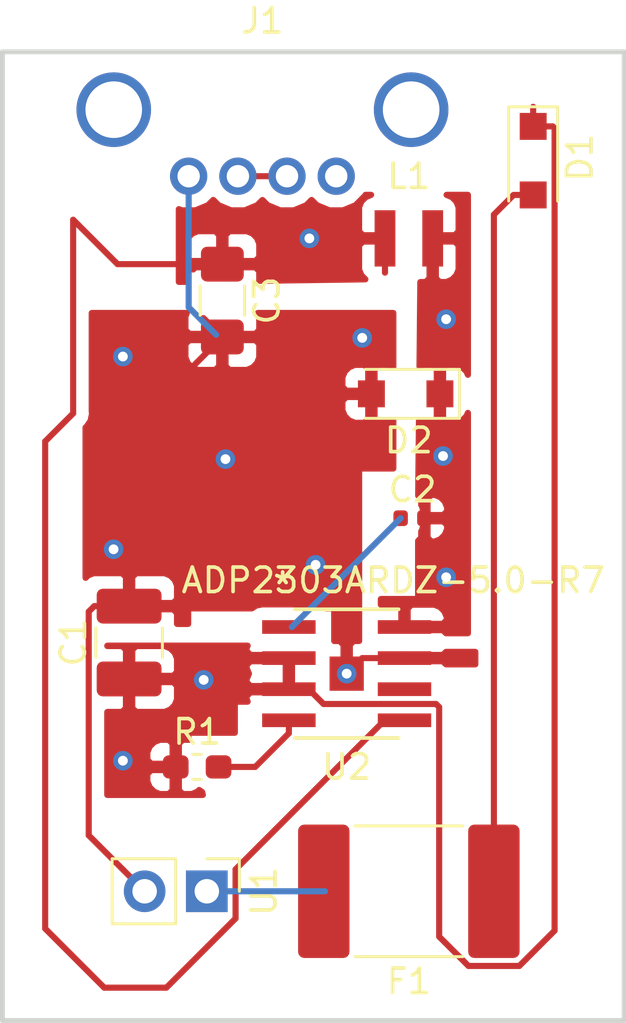
<source format=kicad_pcb>
(kicad_pcb (version 20171130) (host pcbnew "(5.0.0-3-g5ebb6b6)")

  (general
    (thickness 1.6)
    (drawings 4)
    (tracks 63)
    (zones 0)
    (modules 11)
    (nets 13)
  )

  (page A4)
  (layers
    (0 F.Cu signal)
    (31 B.Cu signal)
    (32 B.Adhes user)
    (33 F.Adhes user)
    (34 B.Paste user)
    (35 F.Paste user)
    (36 B.SilkS user)
    (37 F.SilkS user)
    (38 B.Mask user)
    (39 F.Mask user)
    (40 Dwgs.User user)
    (41 Cmts.User user)
    (42 Eco1.User user)
    (43 Eco2.User user)
    (44 Edge.Cuts user)
    (45 Margin user)
    (46 B.CrtYd user)
    (47 F.CrtYd user)
    (48 B.Fab user)
    (49 F.Fab user)
  )

  (setup
    (last_trace_width 0.25)
    (trace_clearance 0.2)
    (zone_clearance 0.508)
    (zone_45_only no)
    (trace_min 0.2)
    (segment_width 0.2)
    (edge_width 0.15)
    (via_size 0.8)
    (via_drill 0.4)
    (via_min_size 0.4)
    (via_min_drill 0.3)
    (uvia_size 0.3)
    (uvia_drill 0.1)
    (uvias_allowed no)
    (uvia_min_size 0.2)
    (uvia_min_drill 0.1)
    (pcb_text_width 0.3)
    (pcb_text_size 1.5 1.5)
    (mod_edge_width 0.15)
    (mod_text_size 1 1)
    (mod_text_width 0.15)
    (pad_size 1.4 1.4)
    (pad_drill 0)
    (pad_to_mask_clearance 0.2)
    (aux_axis_origin 0 0)
    (visible_elements FFFFFF7F)
    (pcbplotparams
      (layerselection 0x010fc_ffffffff)
      (usegerberextensions false)
      (usegerberattributes false)
      (usegerberadvancedattributes false)
      (creategerberjobfile false)
      (excludeedgelayer true)
      (linewidth 0.100000)
      (plotframeref false)
      (viasonmask false)
      (mode 1)
      (useauxorigin false)
      (hpglpennumber 1)
      (hpglpenspeed 20)
      (hpglpendiameter 15.000000)
      (psnegative false)
      (psa4output false)
      (plotreference true)
      (plotvalue true)
      (plotinvisibletext false)
      (padsonsilk false)
      (subtractmaskfromsilk false)
      (outputformat 1)
      (mirror false)
      (drillshape 0)
      (scaleselection 1)
      (outputdirectory ""))
  )

  (net 0 "")
  (net 1 "Net-(C2-Pad1)")
  (net 2 +12V)
  (net 3 "Net-(R1-Pad2)")
  (net 4 VBUS)
  (net 5 "Net-(U2-Pad6)")
  (net 6 GND)
  (net 7 "Net-(C2-Pad2)")
  (net 8 "Net-(D1-Pad2)")
  (net 9 "Net-(F1-Pad2)")
  (net 10 +5V)
  (net 11 "Net-(J1-Pad2)")
  (net 12 "Net-(J1-Pad5)")

  (net_class Default "This is the default net class."
    (clearance 0.2)
    (trace_width 0.25)
    (via_dia 0.8)
    (via_drill 0.4)
    (uvia_dia 0.3)
    (uvia_drill 0.1)
    (add_net +12V)
    (add_net +5V)
    (add_net GND)
    (add_net "Net-(C2-Pad1)")
    (add_net "Net-(C2-Pad2)")
    (add_net "Net-(D1-Pad2)")
    (add_net "Net-(F1-Pad2)")
    (add_net "Net-(J1-Pad2)")
    (add_net "Net-(J1-Pad5)")
    (add_net "Net-(R1-Pad2)")
    (add_net "Net-(U2-Pad6)")
    (add_net VBUS)
  )

  (module Capacitor_SMD:C_0402_1005Metric (layer F.Cu) (tedit 5B301BBE) (tstamp 5BFFC2CF)
    (at 153.82 93.98)
    (descr "Capacitor SMD 0402 (1005 Metric), square (rectangular) end terminal, IPC_7351 nominal, (Body size source: http://www.tortai-tech.com/upload/download/2011102023233369053.pdf), generated with kicad-footprint-generator")
    (tags capacitor)
    (path /5B9ABE20)
    (attr smd)
    (fp_text reference C2 (at 0 -1.17) (layer F.SilkS)
      (effects (font (size 1 1) (thickness 0.15)))
    )
    (fp_text value "0.1 uF" (at 0 1.17) (layer F.Fab)
      (effects (font (size 1 1) (thickness 0.15)))
    )
    (fp_line (start -0.5 0.25) (end -0.5 -0.25) (layer F.Fab) (width 0.1))
    (fp_line (start -0.5 -0.25) (end 0.5 -0.25) (layer F.Fab) (width 0.1))
    (fp_line (start 0.5 -0.25) (end 0.5 0.25) (layer F.Fab) (width 0.1))
    (fp_line (start 0.5 0.25) (end -0.5 0.25) (layer F.Fab) (width 0.1))
    (fp_line (start -0.93 0.47) (end -0.93 -0.47) (layer F.CrtYd) (width 0.05))
    (fp_line (start -0.93 -0.47) (end 0.93 -0.47) (layer F.CrtYd) (width 0.05))
    (fp_line (start 0.93 -0.47) (end 0.93 0.47) (layer F.CrtYd) (width 0.05))
    (fp_line (start 0.93 0.47) (end -0.93 0.47) (layer F.CrtYd) (width 0.05))
    (fp_text user %R (at 0.269999 -0.265001) (layer F.Fab)
      (effects (font (size 0.25 0.25) (thickness 0.04)))
    )
    (pad 1 smd roundrect (at -0.485 0) (size 0.59 0.64) (layers F.Cu F.Paste F.Mask) (roundrect_rratio 0.25)
      (net 1 "Net-(C2-Pad1)"))
    (pad 2 smd roundrect (at 0.485 0) (size 0.59 0.64) (layers F.Cu F.Paste F.Mask) (roundrect_rratio 0.25)
      (net 7 "Net-(C2-Pad2)"))
    (model ${KISYS3DMOD}/Capacitor_SMD.3dshapes/C_0402_1005Metric.wrl
      (at (xyz 0 0 0))
      (scale (xyz 1 1 1))
      (rotate (xyz 0 0 0))
    )
  )

  (module Capacitor_SMD:C_1206_3216Metric_Pad1.42x1.75mm_HandSolder (layer F.Cu) (tedit 5B301BBE) (tstamp 5BFFC2C0)
    (at 146.05 85.09 270)
    (descr "Capacitor SMD 1206 (3216 Metric), square (rectangular) end terminal, IPC_7351 nominal with elongated pad for handsoldering. (Body size source: http://www.tortai-tech.com/upload/download/2011102023233369053.pdf), generated with kicad-footprint-generator")
    (tags "capacitor handsolder")
    (path /5B9AC60A)
    (attr smd)
    (fp_text reference C3 (at 0 -1.82 270) (layer F.SilkS)
      (effects (font (size 1 1) (thickness 0.15)))
    )
    (fp_text value "47 uF" (at 0 1.82 270) (layer F.Fab)
      (effects (font (size 1 1) (thickness 0.15)))
    )
    (fp_line (start -1.6 0.8) (end -1.6 -0.8) (layer F.Fab) (width 0.1))
    (fp_line (start -1.6 -0.8) (end 1.6 -0.8) (layer F.Fab) (width 0.1))
    (fp_line (start 1.6 -0.8) (end 1.6 0.8) (layer F.Fab) (width 0.1))
    (fp_line (start 1.6 0.8) (end -1.6 0.8) (layer F.Fab) (width 0.1))
    (fp_line (start -0.602064 -0.91) (end 0.602064 -0.91) (layer F.SilkS) (width 0.12))
    (fp_line (start -0.602064 0.91) (end 0.602064 0.91) (layer F.SilkS) (width 0.12))
    (fp_line (start -2.45 1.12) (end -2.45 -1.12) (layer F.CrtYd) (width 0.05))
    (fp_line (start -2.45 -1.12) (end 2.45 -1.12) (layer F.CrtYd) (width 0.05))
    (fp_line (start 2.45 -1.12) (end 2.45 1.12) (layer F.CrtYd) (width 0.05))
    (fp_line (start 2.45 1.12) (end -2.45 1.12) (layer F.CrtYd) (width 0.05))
    (fp_text user %R (at 0 0 270) (layer F.Fab)
      (effects (font (size 0.8 0.8) (thickness 0.12)))
    )
    (pad 1 smd roundrect (at -1.4875 0 270) (size 1.425 1.75) (layers F.Cu F.Paste F.Mask) (roundrect_rratio 0.175439)
      (net 4 VBUS))
    (pad 2 smd roundrect (at 1.4875 0 270) (size 1.425 1.75) (layers F.Cu F.Paste F.Mask) (roundrect_rratio 0.175439)
      (net 6 GND))
    (model ${KISYS3DMOD}/Capacitor_SMD.3dshapes/C_1206_3216Metric.wrl
      (at (xyz 0 0 0))
      (scale (xyz 1 1 1))
      (rotate (xyz 0 0 0))
    )
  )

  (module Capacitor_SMD:C_1210_3225Metric_Pad1.42x2.65mm_HandSolder (layer F.Cu) (tedit 5B301BBE) (tstamp 5BFFC2AF)
    (at 142.24 99.06 90)
    (descr "Capacitor SMD 1210 (3225 Metric), square (rectangular) end terminal, IPC_7351 nominal with elongated pad for handsoldering. (Body size source: http://www.tortai-tech.com/upload/download/2011102023233369053.pdf), generated with kicad-footprint-generator")
    (tags "capacitor handsolder")
    (path /5B9ABADB)
    (attr smd)
    (fp_text reference C1 (at 0 -2.28 90) (layer F.SilkS)
      (effects (font (size 1 1) (thickness 0.15)))
    )
    (fp_text value "10 uF" (at 0 2.28 90) (layer F.Fab)
      (effects (font (size 1 1) (thickness 0.15)))
    )
    (fp_line (start -1.6 1.25) (end -1.6 -1.25) (layer F.Fab) (width 0.1))
    (fp_line (start -1.6 -1.25) (end 1.6 -1.25) (layer F.Fab) (width 0.1))
    (fp_line (start 1.6 -1.25) (end 1.6 1.25) (layer F.Fab) (width 0.1))
    (fp_line (start 1.6 1.25) (end -1.6 1.25) (layer F.Fab) (width 0.1))
    (fp_line (start -0.602064 -1.36) (end 0.602064 -1.36) (layer F.SilkS) (width 0.12))
    (fp_line (start -0.602064 1.36) (end 0.602064 1.36) (layer F.SilkS) (width 0.12))
    (fp_line (start -2.45 1.58) (end -2.45 -1.58) (layer F.CrtYd) (width 0.05))
    (fp_line (start -2.45 -1.58) (end 2.45 -1.58) (layer F.CrtYd) (width 0.05))
    (fp_line (start 2.45 -1.58) (end 2.45 1.58) (layer F.CrtYd) (width 0.05))
    (fp_line (start 2.45 1.58) (end -2.45 1.58) (layer F.CrtYd) (width 0.05))
    (fp_text user %R (at 0 0 90) (layer F.Fab)
      (effects (font (size 0.8 0.8) (thickness 0.12)))
    )
    (pad 1 smd roundrect (at -1.4875 0 90) (size 1.425 2.65) (layers F.Cu F.Paste F.Mask) (roundrect_rratio 0.175439)
      (net 2 +12V))
    (pad 2 smd roundrect (at 1.4875 0 90) (size 1.425 2.65) (layers F.Cu F.Paste F.Mask) (roundrect_rratio 0.175439)
      (net 6 GND))
    (model ${KISYS3DMOD}/Capacitor_SMD.3dshapes/C_1210_3225Metric.wrl
      (at (xyz 0 0 0))
      (scale (xyz 1 1 1))
      (rotate (xyz 0 0 0))
    )
  )

  (module Connector_PinHeader_2.54mm:PinHeader_1x02_P2.54mm_Vertical (layer F.Cu) (tedit 59FED5CC) (tstamp 5BFFC29E)
    (at 145.415 109.22 270)
    (descr "Through hole straight pin header, 1x02, 2.54mm pitch, single row")
    (tags "Through hole pin header THT 1x02 2.54mm single row")
    (path /5B9AB46F)
    (fp_text reference U1 (at 0 -2.33 270) (layer F.SilkS)
      (effects (font (size 1 1) (thickness 0.15)))
    )
    (fp_text value PinHeader (at 0 4.87 270) (layer F.Fab)
      (effects (font (size 1 1) (thickness 0.15)))
    )
    (fp_line (start -0.635 -1.27) (end 1.27 -1.27) (layer F.Fab) (width 0.1))
    (fp_line (start 1.27 -1.27) (end 1.27 3.81) (layer F.Fab) (width 0.1))
    (fp_line (start 1.27 3.81) (end -1.27 3.81) (layer F.Fab) (width 0.1))
    (fp_line (start -1.27 3.81) (end -1.27 -0.635) (layer F.Fab) (width 0.1))
    (fp_line (start -1.27 -0.635) (end -0.635 -1.27) (layer F.Fab) (width 0.1))
    (fp_line (start -1.33 3.87) (end 1.33 3.87) (layer F.SilkS) (width 0.12))
    (fp_line (start -1.33 1.27) (end -1.33 3.87) (layer F.SilkS) (width 0.12))
    (fp_line (start 1.33 1.27) (end 1.33 3.87) (layer F.SilkS) (width 0.12))
    (fp_line (start -1.33 1.27) (end 1.33 1.27) (layer F.SilkS) (width 0.12))
    (fp_line (start -1.33 0) (end -1.33 -1.33) (layer F.SilkS) (width 0.12))
    (fp_line (start -1.33 -1.33) (end 0 -1.33) (layer F.SilkS) (width 0.12))
    (fp_line (start -1.8 -1.8) (end -1.8 4.35) (layer F.CrtYd) (width 0.05))
    (fp_line (start -1.8 4.35) (end 1.8 4.35) (layer F.CrtYd) (width 0.05))
    (fp_line (start 1.8 4.35) (end 1.8 -1.8) (layer F.CrtYd) (width 0.05))
    (fp_line (start 1.8 -1.8) (end -1.8 -1.8) (layer F.CrtYd) (width 0.05))
    (fp_text user %R (at 0 1.27) (layer F.Fab)
      (effects (font (size 1 1) (thickness 0.15)))
    )
    (pad 1 thru_hole rect (at 0 0 270) (size 1.7 1.7) (drill 1) (layers *.Cu *.Mask)
      (net 9 "Net-(F1-Pad2)"))
    (pad 2 thru_hole oval (at 0 2.54 270) (size 1.7 1.7) (drill 1) (layers *.Cu *.Mask)
      (net 6 GND))
    (model ${KISYS3DMOD}/Connector_PinHeader_2.54mm.3dshapes/PinHeader_1x02_P2.54mm_Vertical.wrl
      (at (xyz 0 0 0))
      (scale (xyz 1 1 1))
      (rotate (xyz 0 0 0))
    )
  )

  (module Connector_USB:USB-A-4Pos-THT (layer F.Cu) (tedit 5BAC58DC) (tstamp 5BFFC288)
    (at 147.6883 80.01 180)
    (path /5B9B119D)
    (fp_text reference J1 (at 0 6.35 180) (layer F.SilkS)
      (effects (font (size 1 1) (thickness 0.15)))
    )
    (fp_text value USB_A (at 0 -3.81 180) (layer F.Fab)
      (effects (font (size 1 1) (thickness 0.15)))
    )
    (pad 1 thru_hole circle (at -3.01498 0 180) (size 1.524 1.524) (drill 0.9144) (layers *.Cu *.Mask)
      (net 10 +5V))
    (pad 2 thru_hole circle (at -1.0033 0 180) (size 1.524 1.524) (drill 0.9144) (layers *.Cu *.Mask)
      (net 11 "Net-(J1-Pad2)"))
    (pad 3 thru_hole circle (at 1.0033 0 180) (size 1.524 1.524) (drill 0.9144) (layers *.Cu *.Mask)
      (net 11 "Net-(J1-Pad2)"))
    (pad 4 thru_hole circle (at 3.01498 0 180) (size 1.524 1.524) (drill 0.9144) (layers *.Cu *.Mask)
      (net 6 GND))
    (pad 5 thru_hole circle (at -6.07568 2.7178 180) (size 3.048 3.048) (drill 2.3114) (layers *.Cu *.Mask)
      (net 12 "Net-(J1-Pad5)"))
    (pad 6 thru_hole circle (at 6.07568 2.7178 180) (size 3.048 3.048) (drill 2.3114) (layers *.Cu *.Mask))
  )

  (module Diode_SMD:D_SOD-123F (layer F.Cu) (tedit 587F7769) (tstamp 5BFFC27E)
    (at 153.54 88.9 180)
    (descr D_SOD-123F)
    (tags D_SOD-123F)
    (path /5B9ABD25)
    (attr smd)
    (fp_text reference D2 (at -0.127 -1.905 180) (layer F.SilkS)
      (effects (font (size 1 1) (thickness 0.15)))
    )
    (fp_text value D1 (at 0 2.1 180) (layer F.Fab)
      (effects (font (size 1 1) (thickness 0.15)))
    )
    (fp_line (start -2.2 -1) (end 1.65 -1) (layer F.SilkS) (width 0.12))
    (fp_line (start -2.2 1) (end 1.65 1) (layer F.SilkS) (width 0.12))
    (fp_line (start -2.2 -1.15) (end -2.2 1.15) (layer F.CrtYd) (width 0.05))
    (fp_line (start 2.2 1.15) (end -2.2 1.15) (layer F.CrtYd) (width 0.05))
    (fp_line (start 2.2 -1.15) (end 2.2 1.15) (layer F.CrtYd) (width 0.05))
    (fp_line (start -2.2 -1.15) (end 2.2 -1.15) (layer F.CrtYd) (width 0.05))
    (fp_line (start -1.4 -0.9) (end 1.4 -0.9) (layer F.Fab) (width 0.1))
    (fp_line (start 1.4 -0.9) (end 1.4 0.9) (layer F.Fab) (width 0.1))
    (fp_line (start 1.4 0.9) (end -1.4 0.9) (layer F.Fab) (width 0.1))
    (fp_line (start -1.4 0.9) (end -1.4 -0.9) (layer F.Fab) (width 0.1))
    (fp_line (start -0.75 0) (end -0.35 0) (layer F.Fab) (width 0.1))
    (fp_line (start -0.35 0) (end -0.35 -0.55) (layer F.Fab) (width 0.1))
    (fp_line (start -0.35 0) (end -0.35 0.55) (layer F.Fab) (width 0.1))
    (fp_line (start -0.35 0) (end 0.25 -0.4) (layer F.Fab) (width 0.1))
    (fp_line (start 0.25 -0.4) (end 0.25 0.4) (layer F.Fab) (width 0.1))
    (fp_line (start 0.25 0.4) (end -0.35 0) (layer F.Fab) (width 0.1))
    (fp_line (start 0.25 0) (end 0.75 0) (layer F.Fab) (width 0.1))
    (fp_line (start -2.2 -1) (end -2.2 1) (layer F.SilkS) (width 0.12))
    (fp_text user %R (at -0.127 -1.905 180) (layer F.Fab)
      (effects (font (size 1 1) (thickness 0.15)))
    )
    (pad 2 smd rect (at 1.4 0 180) (size 1.1 1.1) (layers F.Cu F.Paste F.Mask)
      (net 6 GND))
    (pad 1 smd rect (at -1.4 0 180) (size 1.1 1.1) (layers F.Cu F.Paste F.Mask)
      (net 7 "Net-(C2-Pad2)"))
    (model ${KISYS3DMOD}/Diode_SMD.3dshapes/D_SOD-123F.wrl
      (at (xyz 0 0 0))
      (scale (xyz 1 1 1))
      (rotate (xyz 0 0 0))
    )
  )

  (module Diode_SMD:D_SOD-123F (layer F.Cu) (tedit 587F7769) (tstamp 5BFFC265)
    (at 158.75 79.375 270)
    (descr D_SOD-123F)
    (tags D_SOD-123F)
    (path /5B9AE290)
    (attr smd)
    (fp_text reference D1 (at -0.127 -1.905 270) (layer F.SilkS)
      (effects (font (size 1 1) (thickness 0.15)))
    )
    (fp_text value D_Schottky (at 0 2.1 270) (layer F.Fab)
      (effects (font (size 1 1) (thickness 0.15)))
    )
    (fp_text user %R (at -0.127 -1.905 270) (layer F.Fab)
      (effects (font (size 1 1) (thickness 0.15)))
    )
    (fp_line (start -2.2 -1) (end -2.2 1) (layer F.SilkS) (width 0.12))
    (fp_line (start 0.25 0) (end 0.75 0) (layer F.Fab) (width 0.1))
    (fp_line (start 0.25 0.4) (end -0.35 0) (layer F.Fab) (width 0.1))
    (fp_line (start 0.25 -0.4) (end 0.25 0.4) (layer F.Fab) (width 0.1))
    (fp_line (start -0.35 0) (end 0.25 -0.4) (layer F.Fab) (width 0.1))
    (fp_line (start -0.35 0) (end -0.35 0.55) (layer F.Fab) (width 0.1))
    (fp_line (start -0.35 0) (end -0.35 -0.55) (layer F.Fab) (width 0.1))
    (fp_line (start -0.75 0) (end -0.35 0) (layer F.Fab) (width 0.1))
    (fp_line (start -1.4 0.9) (end -1.4 -0.9) (layer F.Fab) (width 0.1))
    (fp_line (start 1.4 0.9) (end -1.4 0.9) (layer F.Fab) (width 0.1))
    (fp_line (start 1.4 -0.9) (end 1.4 0.9) (layer F.Fab) (width 0.1))
    (fp_line (start -1.4 -0.9) (end 1.4 -0.9) (layer F.Fab) (width 0.1))
    (fp_line (start -2.2 -1.15) (end 2.2 -1.15) (layer F.CrtYd) (width 0.05))
    (fp_line (start 2.2 -1.15) (end 2.2 1.15) (layer F.CrtYd) (width 0.05))
    (fp_line (start 2.2 1.15) (end -2.2 1.15) (layer F.CrtYd) (width 0.05))
    (fp_line (start -2.2 -1.15) (end -2.2 1.15) (layer F.CrtYd) (width 0.05))
    (fp_line (start -2.2 1) (end 1.65 1) (layer F.SilkS) (width 0.12))
    (fp_line (start -2.2 -1) (end 1.65 -1) (layer F.SilkS) (width 0.12))
    (pad 1 smd rect (at -1.4 0 270) (size 1.1 1.1) (layers F.Cu F.Paste F.Mask)
      (net 2 +12V))
    (pad 2 smd rect (at 1.4 0 270) (size 1.1 1.1) (layers F.Cu F.Paste F.Mask)
      (net 8 "Net-(D1-Pad2)"))
    (model ${KISYS3DMOD}/Diode_SMD.3dshapes/D_SOD-123F.wrl
      (at (xyz 0 0 0))
      (scale (xyz 1 1 1))
      (rotate (xyz 0 0 0))
    )
  )

  (module Fuse:Fuse_2920_7451Metric_Pad2.10x5.45mm_HandSolder (layer F.Cu) (tedit 5B341557) (tstamp 5BFFC24C)
    (at 153.67 109.22 180)
    (descr "Fuse SMD 2920 (7451 Metric), square (rectangular) end terminal, IPC_7351 nominal with elongated pad for handsoldering. (Body size from: http://www.megastar.com/products/fusetronic/polyswitch/PDF/smd2920.pdf), generated with kicad-footprint-generator")
    (tags "resistor handsolder")
    (path /5B9AF661)
    (attr smd)
    (fp_text reference F1 (at 0 -3.68 180) (layer F.SilkS)
      (effects (font (size 1 1) (thickness 0.15)))
    )
    (fp_text value Polyfuse (at 0 3.68 180) (layer F.Fab)
      (effects (font (size 1 1) (thickness 0.15)))
    )
    (fp_line (start -3.6775 2.56) (end -3.6775 -2.56) (layer F.Fab) (width 0.1))
    (fp_line (start -3.6775 -2.56) (end 3.6775 -2.56) (layer F.Fab) (width 0.1))
    (fp_line (start 3.6775 -2.56) (end 3.6775 2.56) (layer F.Fab) (width 0.1))
    (fp_line (start 3.6775 2.56) (end -3.6775 2.56) (layer F.Fab) (width 0.1))
    (fp_line (start -2.203752 -2.67) (end 2.203752 -2.67) (layer F.SilkS) (width 0.12))
    (fp_line (start -2.203752 2.67) (end 2.203752 2.67) (layer F.SilkS) (width 0.12))
    (fp_line (start -4.78 2.98) (end -4.78 -2.98) (layer F.CrtYd) (width 0.05))
    (fp_line (start -4.78 -2.98) (end 4.78 -2.98) (layer F.CrtYd) (width 0.05))
    (fp_line (start 4.78 -2.98) (end 4.78 2.98) (layer F.CrtYd) (width 0.05))
    (fp_line (start 4.78 2.98) (end -4.78 2.98) (layer F.CrtYd) (width 0.05))
    (fp_text user %R (at 0 0 180) (layer F.Fab)
      (effects (font (size 1 1) (thickness 0.15)))
    )
    (pad 1 smd roundrect (at -3.475 0 180) (size 2.1 5.45) (layers F.Cu F.Paste F.Mask) (roundrect_rratio 0.119048)
      (net 8 "Net-(D1-Pad2)"))
    (pad 2 smd roundrect (at 3.475 0 180) (size 2.1 5.45) (layers F.Cu F.Paste F.Mask) (roundrect_rratio 0.119048)
      (net 9 "Net-(F1-Pad2)"))
    (model ${KISYS3DMOD}/Fuse.3dshapes/Fuse_2920_7451Metric.wrl
      (at (xyz 0 0 0))
      (scale (xyz 1 1 1))
      (rotate (xyz 0 0 0))
    )
  )

  (module Inductor_SMD:IND-74438323047-SMD (layer F.Cu) (tedit 5BAC5BDA) (tstamp 5BFFC23B)
    (at 153.67 82.55 180)
    (path /5B9ABC6F)
    (fp_text reference L1 (at 0 2.54 180) (layer F.SilkS)
      (effects (font (size 1 1) (thickness 0.15)))
    )
    (fp_text value "4.7 uH" (at 0 -2.54 180) (layer F.Fab)
      (effects (font (size 1 1) (thickness 0.15)))
    )
    (pad 1 smd rect (at -0.975 0 180) (size 0.85 2.3) (layers F.Cu F.Paste F.Mask)
      (net 7 "Net-(C2-Pad2)"))
    (pad 2 smd rect (at 0.975 0 180) (size 0.85 2.3) (layers F.Cu F.Paste F.Mask)
      (net 4 VBUS))
  )

  (module Resistor_SMD:R_0603_1608Metric_Pad1.05x0.95mm_HandSolder (layer F.Cu) (tedit 5B301BBD) (tstamp 5BFFC235)
    (at 145.02 104.14)
    (descr "Resistor SMD 0603 (1608 Metric), square (rectangular) end terminal, IPC_7351 nominal with elongated pad for handsoldering. (Body size source: http://www.tortai-tech.com/upload/download/2011102023233369053.pdf), generated with kicad-footprint-generator")
    (tags "resistor handsolder")
    (path /5B9AB970)
    (attr smd)
    (fp_text reference R1 (at 0 -1.43) (layer F.SilkS)
      (effects (font (size 1 1) (thickness 0.15)))
    )
    (fp_text value 100k (at 0 1.43) (layer F.Fab)
      (effects (font (size 1 1) (thickness 0.15)))
    )
    (fp_line (start -0.8 0.4) (end -0.8 -0.4) (layer F.Fab) (width 0.1))
    (fp_line (start -0.8 -0.4) (end 0.8 -0.4) (layer F.Fab) (width 0.1))
    (fp_line (start 0.8 -0.4) (end 0.8 0.4) (layer F.Fab) (width 0.1))
    (fp_line (start 0.8 0.4) (end -0.8 0.4) (layer F.Fab) (width 0.1))
    (fp_line (start -0.171267 -0.51) (end 0.171267 -0.51) (layer F.SilkS) (width 0.12))
    (fp_line (start -0.171267 0.51) (end 0.171267 0.51) (layer F.SilkS) (width 0.12))
    (fp_line (start -1.65 0.73) (end -1.65 -0.73) (layer F.CrtYd) (width 0.05))
    (fp_line (start -1.65 -0.73) (end 1.65 -0.73) (layer F.CrtYd) (width 0.05))
    (fp_line (start 1.65 -0.73) (end 1.65 0.73) (layer F.CrtYd) (width 0.05))
    (fp_line (start 1.65 0.73) (end -1.65 0.73) (layer F.CrtYd) (width 0.05))
    (fp_text user %R (at 0 0) (layer F.Fab)
      (effects (font (size 0.4 0.4) (thickness 0.06)))
    )
    (pad 1 smd roundrect (at -0.875 0) (size 1.05 0.95) (layers F.Cu F.Paste F.Mask) (roundrect_rratio 0.25)
      (net 2 +12V))
    (pad 2 smd roundrect (at 0.875 0) (size 1.05 0.95) (layers F.Cu F.Paste F.Mask) (roundrect_rratio 0.25)
      (net 3 "Net-(R1-Pad2)"))
    (model ${KISYS3DMOD}/Resistor_SMD.3dshapes/R_0603_1608Metric.wrl
      (at (xyz 0 0 0))
      (scale (xyz 1 1 1))
      (rotate (xyz 0 0 0))
    )
  )

  (module UL_ADP2303ARDZ50R7:RD_8_1 (layer F.Cu) (tedit 5BB4C9CF) (tstamp 5BFFC224)
    (at 151.13 100.33)
    (path /5B9AB5D7)
    (fp_text reference U2 (at 0 3.81) (layer F.SilkS)
      (effects (font (size 1 1) (thickness 0.15)))
    )
    (fp_text value ADP2303ARDZ-5.0-R7 (at 1.905 -3.81) (layer F.SilkS)
      (effects (font (size 1 1) (thickness 0.15)))
    )
    (fp_text user "Copyright 2016 Accelerated Designs. All rights reserved." (at 0 0) (layer Cmts.User)
      (effects (font (size 0.127 0.127) (thickness 0.002)))
    )
    (fp_text user * (at -2.6162 -3.6068) (layer F.SilkS)
      (effects (font (size 1 1) (thickness 0.15)))
    )
    (fp_text user * (at -1.6129 -2.4257) (layer F.Fab)
      (effects (font (size 1 1) (thickness 0.15)))
    )
    (fp_line (start -1.9939 -1.651) (end -1.9939 -2.159) (layer F.Fab) (width 0.1524))
    (fp_line (start -1.9939 -2.159) (end -3.0988 -2.159) (layer F.Fab) (width 0.1524))
    (fp_line (start -3.0988 -2.159) (end -3.0988 -1.651) (layer F.Fab) (width 0.1524))
    (fp_line (start -3.0988 -1.651) (end -1.9939 -1.651) (layer F.Fab) (width 0.1524))
    (fp_line (start -1.9939 -0.381) (end -1.9939 -0.889) (layer F.Fab) (width 0.1524))
    (fp_line (start -1.9939 -0.889) (end -3.0988 -0.889) (layer F.Fab) (width 0.1524))
    (fp_line (start -3.0988 -0.889) (end -3.0988 -0.381) (layer F.Fab) (width 0.1524))
    (fp_line (start -3.0988 -0.381) (end -1.9939 -0.381) (layer F.Fab) (width 0.1524))
    (fp_line (start -1.9939 0.889) (end -1.9939 0.381) (layer F.Fab) (width 0.1524))
    (fp_line (start -1.9939 0.381) (end -3.0988 0.381) (layer F.Fab) (width 0.1524))
    (fp_line (start -3.0988 0.381) (end -3.0988 0.889) (layer F.Fab) (width 0.1524))
    (fp_line (start -3.0988 0.889) (end -1.9939 0.889) (layer F.Fab) (width 0.1524))
    (fp_line (start -1.9939 2.159) (end -1.9939 1.651) (layer F.Fab) (width 0.1524))
    (fp_line (start -1.9939 1.651) (end -3.0988 1.651) (layer F.Fab) (width 0.1524))
    (fp_line (start -3.0988 1.651) (end -3.0988 2.159) (layer F.Fab) (width 0.1524))
    (fp_line (start -3.0988 2.159) (end -1.9939 2.159) (layer F.Fab) (width 0.1524))
    (fp_line (start 1.9939 1.651) (end 1.9939 2.159) (layer F.Fab) (width 0.1524))
    (fp_line (start 1.9939 2.159) (end 3.0988 2.159) (layer F.Fab) (width 0.1524))
    (fp_line (start 3.0988 2.159) (end 3.0988 1.651) (layer F.Fab) (width 0.1524))
    (fp_line (start 3.0988 1.651) (end 1.9939 1.651) (layer F.Fab) (width 0.1524))
    (fp_line (start 1.9939 0.381) (end 1.9939 0.889) (layer F.Fab) (width 0.1524))
    (fp_line (start 1.9939 0.889) (end 3.0988 0.889) (layer F.Fab) (width 0.1524))
    (fp_line (start 3.0988 0.889) (end 3.0988 0.381) (layer F.Fab) (width 0.1524))
    (fp_line (start 3.0988 0.381) (end 1.9939 0.381) (layer F.Fab) (width 0.1524))
    (fp_line (start 1.9939 -0.889) (end 1.9939 -0.381) (layer F.Fab) (width 0.1524))
    (fp_line (start 1.9939 -0.381) (end 3.0988 -0.381) (layer F.Fab) (width 0.1524))
    (fp_line (start 3.0988 -0.381) (end 3.0988 -0.889) (layer F.Fab) (width 0.1524))
    (fp_line (start 3.0988 -0.889) (end 1.9939 -0.889) (layer F.Fab) (width 0.1524))
    (fp_line (start 1.9939 -2.159) (end 1.9939 -1.651) (layer F.Fab) (width 0.1524))
    (fp_line (start 1.9939 -1.651) (end 3.0988 -1.651) (layer F.Fab) (width 0.1524))
    (fp_line (start 3.0988 -1.651) (end 3.0988 -2.159) (layer F.Fab) (width 0.1524))
    (fp_line (start 3.0988 -2.159) (end 1.9939 -2.159) (layer F.Fab) (width 0.1524))
    (fp_line (start -2.1209 2.6289) (end 2.1209 2.6289) (layer F.SilkS) (width 0.1524))
    (fp_line (start 2.1209 -2.6289) (end -2.1209 -2.6289) (layer F.SilkS) (width 0.1524))
    (fp_line (start -1.9939 2.5019) (end 1.9939 2.5019) (layer F.Fab) (width 0.1524))
    (fp_line (start 1.9939 2.5019) (end 1.9939 -2.5019) (layer F.Fab) (width 0.1524))
    (fp_line (start 1.9939 -2.5019) (end -1.9939 -2.5019) (layer F.Fab) (width 0.1524))
    (fp_line (start -1.9939 -2.5019) (end -1.9939 2.5019) (layer F.Fab) (width 0.1524))
    (fp_line (start -1.143 -1.143) (end -1.143 1.143) (layer Dwgs.User) (width 0.1524))
    (fp_line (start -1.143 1.143) (end 1.143 1.143) (layer Dwgs.User) (width 0.1524))
    (fp_line (start 1.143 1.143) (end 1.143 -1.143) (layer Dwgs.User) (width 0.1524))
    (fp_line (start 1.143 -1.143) (end -1.143 -1.143) (layer Dwgs.User) (width 0.1524))
    (fp_line (start -3.7084 2.4384) (end -3.7084 -2.4384) (layer F.CrtYd) (width 0.1524))
    (fp_line (start -3.7084 -2.4384) (end -2.2479 -2.4384) (layer F.CrtYd) (width 0.1524))
    (fp_line (start -2.2479 -2.4384) (end -2.2479 -2.7559) (layer F.CrtYd) (width 0.1524))
    (fp_line (start -2.2479 -2.7559) (end 2.2479 -2.7559) (layer F.CrtYd) (width 0.1524))
    (fp_line (start 2.2479 -2.7559) (end 2.2479 -2.4384) (layer F.CrtYd) (width 0.1524))
    (fp_line (start 2.2479 -2.4384) (end 3.7084 -2.4384) (layer F.CrtYd) (width 0.1524))
    (fp_line (start 3.7084 -2.4384) (end 3.7084 2.4384) (layer F.CrtYd) (width 0.1524))
    (fp_line (start 3.7084 2.4384) (end 2.2479 2.4384) (layer F.CrtYd) (width 0.1524))
    (fp_line (start 2.2479 2.4384) (end 2.2479 2.7559) (layer F.CrtYd) (width 0.1524))
    (fp_line (start 2.2479 2.7559) (end -2.2479 2.7559) (layer F.CrtYd) (width 0.1524))
    (fp_line (start -2.2479 2.7559) (end -2.2479 2.4384) (layer F.CrtYd) (width 0.1524))
    (fp_line (start -2.2479 2.4384) (end -3.7084 2.4384) (layer F.CrtYd) (width 0.1524))
    (fp_arc (start 0 -2.5019) (end 0.3048 -2.5019) (angle 180) (layer F.Fab) (width 0.1524))
    (pad 1 smd rect (at -2.3622 -1.905) (size 2.1844 0.5588) (layers F.Cu F.Paste F.Mask)
      (net 1 "Net-(C2-Pad1)"))
    (pad 2 smd rect (at -2.3622 -0.635) (size 2.1844 0.5588) (layers F.Cu F.Paste F.Mask)
      (net 2 +12V))
    (pad 3 smd rect (at -2.3622 0.635) (size 2.1844 0.5588) (layers F.Cu F.Paste F.Mask)
      (net 2 +12V))
    (pad 4 smd rect (at -2.3622 1.905) (size 2.1844 0.5588) (layers F.Cu F.Paste F.Mask)
      (net 3 "Net-(R1-Pad2)"))
    (pad 5 smd rect (at 2.3622 1.905) (size 2.1844 0.5588) (layers F.Cu F.Paste F.Mask)
      (net 4 VBUS))
    (pad 6 smd rect (at 2.3622 0.635) (size 2.1844 0.5588) (layers F.Cu F.Paste F.Mask)
      (net 5 "Net-(U2-Pad6)"))
    (pad 7 smd rect (at 2.3622 -0.635) (size 2.1844 0.5588) (layers F.Cu F.Paste F.Mask)
      (net 6 GND))
    (pad 8 smd rect (at 2.3622 -1.905) (size 2.1844 0.5588) (layers F.Cu F.Paste F.Mask)
      (net 7 "Net-(C2-Pad2)"))
    (pad EPAD smd rect (at 0 0) (size 1.4 1.4) (layers F.Cu F.Paste F.Mask)
      (net 6 GND))
  )

  (gr_line (start 162.465 74.93) (end 137.065 74.93) (layer Edge.Cuts) (width 0.2))
  (gr_line (start 162.465 114.5) (end 162.465 74.93) (layer Edge.Cuts) (width 0.2))
  (gr_line (start 137.065 114.5) (end 162.465 114.5) (layer Edge.Cuts) (width 0.2))
  (gr_line (start 137.065 74.93) (end 137.065 114.5) (layer Edge.Cuts) (width 0.2))

  (segment (start 148.89 98.425) (end 148.7678 98.425) (width 0.25) (layer F.Cu) (net 1))
  (segment (start 153.335 93.98) (end 148.89 98.425) (width 0.25) (layer B.Cu) (net 1))
  (segment (start 158.75 77.975) (end 158.75 77.175) (width 0.25) (layer F.Cu) (net 2))
  (segment (start 149.5806 99.695) (end 148.7678 99.695) (width 0.25) (layer F.Cu) (net 2))
  (segment (start 149.5806 100.965) (end 148.7678 100.965) (width 0.25) (layer F.Cu) (net 2))
  (segment (start 150.185001 101.569401) (end 149.5806 100.965) (width 0.25) (layer F.Cu) (net 2))
  (segment (start 154.783203 101.569401) (end 150.185001 101.569401) (width 0.25) (layer F.Cu) (net 2))
  (segment (start 154.909401 101.695599) (end 154.783203 101.569401) (width 0.25) (layer F.Cu) (net 2))
  (segment (start 154.909401 111.072591) (end 154.909401 101.695599) (width 0.25) (layer F.Cu) (net 2))
  (segment (start 156.10682 112.27001) (end 154.909401 111.072591) (width 0.25) (layer F.Cu) (net 2))
  (segment (start 158.18318 112.27001) (end 156.10682 112.27001) (width 0.25) (layer F.Cu) (net 2))
  (segment (start 159.625001 110.828189) (end 158.18318 112.27001) (width 0.25) (layer F.Cu) (net 2))
  (segment (start 159.625001 78.050001) (end 159.625001 110.828189) (width 0.25) (layer F.Cu) (net 2))
  (segment (start 159.55 77.975) (end 159.625001 78.050001) (width 0.25) (layer F.Cu) (net 2))
  (segment (start 158.75 77.975) (end 159.55 77.975) (width 0.25) (layer F.Cu) (net 2))
  (via (at 141.986 103.886) (size 0.8) (drill 0.4) (layers F.Cu B.Cu) (net 2))
  (via (at 145.288 100.584) (size 0.8) (drill 0.4) (layers F.Cu B.Cu) (net 2))
  (segment (start 148.7678 102.7644) (end 148.7678 102.235) (width 0.25) (layer F.Cu) (net 3))
  (segment (start 147.3922 104.14) (end 148.7678 102.7644) (width 0.25) (layer F.Cu) (net 3))
  (segment (start 145.895 104.14) (end 147.3922 104.14) (width 0.25) (layer F.Cu) (net 3))
  (segment (start 152.695 82.55) (end 152.695 83.95) (width 0.25) (layer F.Cu) (net 4))
  (segment (start 145.075 83.6025) (end 144.8575 83.82) (width 0.25) (layer F.Cu) (net 4))
  (segment (start 146.05 83.6025) (end 146.05 83.6025) (width 0.25) (layer F.Cu) (net 4))
  (segment (start 146.590001 110.330001) (end 143.763002 113.157) (width 0.25) (layer F.Cu) (net 4))
  (segment (start 152.6794 102.235) (end 146.590001 108.324399) (width 0.25) (layer F.Cu) (net 4))
  (segment (start 146.590001 108.324399) (end 146.590001 110.330001) (width 0.25) (layer F.Cu) (net 4))
  (segment (start 153.4922 102.235) (end 152.6794 102.235) (width 0.25) (layer F.Cu) (net 4))
  (segment (start 143.763002 113.157) (end 141.224 113.157) (width 0.25) (layer F.Cu) (net 4))
  (segment (start 141.224 113.157) (end 138.811 110.744) (width 0.25) (layer F.Cu) (net 4))
  (segment (start 138.811 90.8415) (end 139.954 89.6985) (width 0.25) (layer F.Cu) (net 4))
  (segment (start 138.811 110.744) (end 138.811 90.8415) (width 0.25) (layer F.Cu) (net 4))
  (segment (start 139.954 89.6985) (end 139.954 81.788) (width 0.25) (layer F.Cu) (net 4))
  (segment (start 141.7685 83.6025) (end 146.05 83.6025) (width 0.25) (layer F.Cu) (net 4))
  (segment (start 139.954 81.788) (end 141.7685 83.6025) (width 0.25) (layer F.Cu) (net 4))
  (segment (start 146.05 83.6025) (end 145.075 83.6025) (width 0.25) (layer F.Cu) (net 4) (tstamp 5BB52CFF))
  (via (at 149.606 82.55) (size 0.8) (drill 0.4) (layers F.Cu B.Cu) (net 4))
  (segment (start 151.765 99.695) (end 151.13 100.33) (width 0.25) (layer F.Cu) (net 6))
  (segment (start 153.4922 99.695) (end 151.765 99.695) (width 0.25) (layer F.Cu) (net 6))
  (segment (start 145.278653 85.806153) (end 146.05 86.5775) (width 0.25) (layer F.Cu) (net 6))
  (segment (start 143.7275 88.9) (end 146.05 86.5775) (width 0.25) (layer F.Cu) (net 6))
  (segment (start 142.875 88.9) (end 143.7275 88.9) (width 0.25) (layer F.Cu) (net 6))
  (segment (start 144.67332 80.01) (end 144.67332 85.36432) (width 0.25) (layer B.Cu) (net 6))
  (segment (start 144.67332 85.36432) (end 145.796 86.487) (width 0.25) (layer B.Cu) (net 6))
  (segment (start 142.025001 108.370001) (end 142.875 109.22) (width 0.25) (layer F.Cu) (net 6))
  (segment (start 140.58999 106.93499) (end 142.025001 108.370001) (width 0.25) (layer F.Cu) (net 6))
  (segment (start 140.58999 97.79751) (end 140.58999 106.93499) (width 0.25) (layer F.Cu) (net 6))
  (segment (start 140.815 97.5725) (end 140.58999 97.79751) (width 0.25) (layer F.Cu) (net 6))
  (segment (start 142.24 97.5725) (end 140.815 97.5725) (width 0.25) (layer F.Cu) (net 6))
  (segment (start 151.13 100.33) (end 151.13 100.33) (width 0.25) (layer F.Cu) (net 6) (tstamp 5BB52CCB))
  (via (at 151.13 100.33) (size 0.8) (drill 0.4) (layers F.Cu B.Cu) (net 6))
  (via (at 141.986 87.376) (size 0.8) (drill 0.4) (layers F.Cu B.Cu) (net 6))
  (via (at 146.177 91.567) (size 0.8) (drill 0.4) (layers F.Cu B.Cu) (net 6))
  (via (at 151.765 86.614) (size 0.8) (drill 0.4) (layers F.Cu B.Cu) (net 6))
  (via (at 149.86 95.885) (size 0.8) (drill 0.4) (layers F.Cu B.Cu) (net 6))
  (via (at 141.605 95.25) (size 0.8) (drill 0.4) (layers F.Cu B.Cu) (net 6))
  (via (at 155.194 96.393) (size 0.8) (drill 0.4) (layers F.Cu B.Cu) (net 7))
  (via (at 155.067 91.44) (size 0.8) (drill 0.4) (layers F.Cu B.Cu) (net 7))
  (via (at 155.194 85.852) (size 0.8) (drill 0.4) (layers F.Cu B.Cu) (net 7))
  (segment (start 157.95 80.775) (end 158.75 80.775) (width 0.25) (layer F.Cu) (net 8))
  (segment (start 157.145 81.58) (end 157.95 80.775) (width 0.25) (layer F.Cu) (net 8))
  (segment (start 157.145 109.22) (end 157.145 81.58) (width 0.25) (layer F.Cu) (net 8))
  (segment (start 145.415 109.22) (end 150.241 109.22) (width 0.25) (layer B.Cu) (net 9))
  (segment (start 148.6916 80.01) (end 146.685 80.01) (width 0.25) (layer F.Cu) (net 11))

  (zone (net 2) (net_name +12V) (layer F.Cu) (tstamp 5BB52DD6) (hatch edge 0.508)
    (connect_pads (clearance 0.508))
    (min_thickness 0.254)
    (fill yes (arc_segments 16) (thermal_gap 0.508) (thermal_bridge_width 0.508))
    (polygon
      (pts
        (xy 149.86 99.06) (xy 140.335 99.06) (xy 140.335 105.41) (xy 145.415 105.41) (xy 144.78 102.87)
        (xy 146.685 102.87) (xy 146.685 101.6) (xy 149.86 101.6)
      )
    )
    (filled_polygon
      (pts
        (xy 147.0406 99.28929) (xy 147.0406 99.40925) (xy 147.19935 99.568) (xy 148.6408 99.568) (xy 148.6408 99.548)
        (xy 148.8948 99.548) (xy 148.8948 99.568) (xy 148.9148 99.568) (xy 148.9148 99.822) (xy 148.8948 99.822)
        (xy 148.8948 100.838) (xy 148.9148 100.838) (xy 148.9148 101.092) (xy 148.8948 101.092) (xy 148.8948 101.112)
        (xy 148.6408 101.112) (xy 148.6408 101.092) (xy 147.19935 101.092) (xy 147.0406 101.25075) (xy 147.0406 101.37071)
        (xy 147.08297 101.473) (xy 146.685 101.473) (xy 146.636399 101.482667) (xy 146.595197 101.510197) (xy 146.567667 101.551399)
        (xy 146.558 101.6) (xy 146.558 102.743) (xy 144.78 102.743) (xy 144.731399 102.752667) (xy 144.690197 102.780197)
        (xy 144.662667 102.821399) (xy 144.653 102.87) (xy 144.656792 102.900802) (xy 144.689091 103.03) (xy 144.43075 103.03)
        (xy 144.272 103.18875) (xy 144.272 104.013) (xy 144.292 104.013) (xy 144.292 104.267) (xy 144.272 104.267)
        (xy 144.272 105.09125) (xy 144.43075 105.25) (xy 144.796309 105.25) (xy 145.029698 105.153327) (xy 145.10046 105.082565)
        (xy 145.222642 105.164204) (xy 145.252341 105.283) (xy 141.34999 105.283) (xy 141.34999 104.42575) (xy 142.985 104.42575)
        (xy 142.985 104.74131) (xy 143.081673 104.974699) (xy 143.260302 105.153327) (xy 143.493691 105.25) (xy 143.85925 105.25)
        (xy 144.018 105.09125) (xy 144.018 104.267) (xy 143.14375 104.267) (xy 142.985 104.42575) (xy 141.34999 104.42575)
        (xy 141.34999 103.53869) (xy 142.985 103.53869) (xy 142.985 103.85425) (xy 143.14375 104.013) (xy 144.018 104.013)
        (xy 144.018 103.18875) (xy 143.85925 103.03) (xy 143.493691 103.03) (xy 143.260302 103.126673) (xy 143.081673 103.305301)
        (xy 142.985 103.53869) (xy 141.34999 103.53869) (xy 141.34999 101.895) (xy 141.95425 101.895) (xy 142.113 101.73625)
        (xy 142.113 100.6745) (xy 142.367 100.6745) (xy 142.367 101.73625) (xy 142.52575 101.895) (xy 143.69131 101.895)
        (xy 143.924699 101.798327) (xy 144.103327 101.619698) (xy 144.2 101.386309) (xy 144.2 100.83325) (xy 144.04125 100.6745)
        (xy 142.367 100.6745) (xy 142.113 100.6745) (xy 142.093 100.6745) (xy 142.093 100.4205) (xy 142.113 100.4205)
        (xy 142.113 99.35875) (xy 142.367 99.35875) (xy 142.367 100.4205) (xy 144.04125 100.4205) (xy 144.2 100.26175)
        (xy 144.2 99.98075) (xy 147.0406 99.98075) (xy 147.0406 100.10071) (xy 147.135575 100.33) (xy 147.0406 100.55929)
        (xy 147.0406 100.67925) (xy 147.19935 100.838) (xy 148.6408 100.838) (xy 148.6408 99.822) (xy 147.19935 99.822)
        (xy 147.0406 99.98075) (xy 144.2 99.98075) (xy 144.2 99.708691) (xy 144.103327 99.475302) (xy 143.924699 99.296673)
        (xy 143.69131 99.2) (xy 142.52575 99.2) (xy 142.367 99.35875) (xy 142.113 99.35875) (xy 141.95425 99.2)
        (xy 141.34999 99.2) (xy 141.34999 99.187) (xy 147.08297 99.187)
      )
    )
  )
  (zone (net 6) (net_name GND) (layer F.Cu) (tstamp 5BB52DD3) (hatch edge 0.508)
    (connect_pads (clearance 0.508))
    (min_thickness 0.254)
    (fill yes (arc_segments 16) (thermal_gap 0.508) (thermal_bridge_width 0.508))
    (polygon
      (pts
        (xy 153.162 92.075) (xy 151.765 92.075) (xy 151.765 99.314) (xy 156.718 99.314) (xy 156.718 100.076)
        (xy 151.765 100.076) (xy 151.765 102.87) (xy 150.495 102.87) (xy 150.495 97.79) (xy 144.78 97.79)
        (xy 144.78 98.425) (xy 140.335 98.425) (xy 140.335 85.471) (xy 153.162 85.471)
      )
    )
    (filled_polygon
      (pts
        (xy 144.54 85.738691) (xy 144.54 86.29175) (xy 144.69875 86.4505) (xy 145.923 86.4505) (xy 145.923 86.4305)
        (xy 146.177 86.4305) (xy 146.177 86.4505) (xy 147.40125 86.4505) (xy 147.56 86.29175) (xy 147.56 85.738691)
        (xy 147.501724 85.598) (xy 153.035 85.598) (xy 153.035 87.805585) (xy 152.816309 87.715) (xy 152.42575 87.715)
        (xy 152.267 87.87375) (xy 152.267 88.773) (xy 152.287 88.773) (xy 152.287 89.027) (xy 152.267 89.027)
        (xy 152.267 89.92625) (xy 152.42575 90.085) (xy 152.816309 90.085) (xy 153.035 89.994415) (xy 153.035 91.948)
        (xy 151.765 91.948) (xy 151.716399 91.957667) (xy 151.675197 91.985197) (xy 151.647667 92.026399) (xy 151.638 92.075)
        (xy 151.638 98.995) (xy 151.41575 98.995) (xy 151.257 99.15375) (xy 151.257 100.203) (xy 151.277 100.203)
        (xy 151.277 100.457) (xy 151.257 100.457) (xy 151.257 100.477) (xy 151.003 100.477) (xy 151.003 100.457)
        (xy 150.983 100.457) (xy 150.983 100.203) (xy 151.003 100.203) (xy 151.003 99.15375) (xy 150.84425 98.995)
        (xy 150.622 98.995) (xy 150.622 97.79) (xy 150.612333 97.741399) (xy 150.584803 97.700197) (xy 150.543601 97.672667)
        (xy 150.495 97.663) (xy 150.280707 97.663) (xy 150.107765 97.547443) (xy 149.86 97.49816) (xy 147.6756 97.49816)
        (xy 147.427835 97.547443) (xy 147.254893 97.663) (xy 144.78 97.663) (xy 144.731399 97.672667) (xy 144.690197 97.700197)
        (xy 144.662667 97.741399) (xy 144.653 97.79) (xy 144.653 98.298) (xy 144.2 98.298) (xy 144.2 97.85825)
        (xy 144.04125 97.6995) (xy 142.367 97.6995) (xy 142.367 97.7195) (xy 142.113 97.7195) (xy 142.113 97.6995)
        (xy 142.093 97.6995) (xy 142.093 97.4455) (xy 142.113 97.4455) (xy 142.113 96.38375) (xy 142.367 96.38375)
        (xy 142.367 97.4455) (xy 144.04125 97.4455) (xy 144.2 97.28675) (xy 144.2 96.733691) (xy 144.103327 96.500302)
        (xy 143.924699 96.321673) (xy 143.69131 96.225) (xy 142.52575 96.225) (xy 142.367 96.38375) (xy 142.113 96.38375)
        (xy 141.95425 96.225) (xy 140.78869 96.225) (xy 140.555301 96.321673) (xy 140.462 96.414975) (xy 140.462 90.273109)
        (xy 140.501929 90.246429) (xy 140.669904 89.995037) (xy 140.714 89.773352) (xy 140.714 89.773348) (xy 140.728888 89.698501)
        (xy 140.714 89.623654) (xy 140.714 89.18575) (xy 150.955 89.18575) (xy 150.955 89.57631) (xy 151.051673 89.809699)
        (xy 151.230302 89.988327) (xy 151.463691 90.085) (xy 151.85425 90.085) (xy 152.013 89.92625) (xy 152.013 89.027)
        (xy 151.11375 89.027) (xy 150.955 89.18575) (xy 140.714 89.18575) (xy 140.714 88.22369) (xy 150.955 88.22369)
        (xy 150.955 88.61425) (xy 151.11375 88.773) (xy 152.013 88.773) (xy 152.013 87.87375) (xy 151.85425 87.715)
        (xy 151.463691 87.715) (xy 151.230302 87.811673) (xy 151.051673 87.990301) (xy 150.955 88.22369) (xy 140.714 88.22369)
        (xy 140.714 86.86325) (xy 144.54 86.86325) (xy 144.54 87.416309) (xy 144.636673 87.649698) (xy 144.815301 87.828327)
        (xy 145.04869 87.925) (xy 145.76425 87.925) (xy 145.923 87.76625) (xy 145.923 86.7045) (xy 146.177 86.7045)
        (xy 146.177 87.76625) (xy 146.33575 87.925) (xy 147.05131 87.925) (xy 147.284699 87.828327) (xy 147.463327 87.649698)
        (xy 147.56 87.416309) (xy 147.56 86.86325) (xy 147.40125 86.7045) (xy 146.177 86.7045) (xy 145.923 86.7045)
        (xy 144.69875 86.7045) (xy 144.54 86.86325) (xy 140.714 86.86325) (xy 140.714 85.598) (xy 144.598276 85.598)
      )
    )
    (filled_polygon
      (pts
        (xy 156.385 99.949) (xy 155.18765 99.949) (xy 155.06065 99.822) (xy 153.6192 99.822) (xy 153.6192 99.842)
        (xy 153.3652 99.842) (xy 153.3652 99.822) (xy 153.3452 99.822) (xy 153.3452 99.568) (xy 153.3652 99.568)
        (xy 153.3652 99.548) (xy 153.6192 99.548) (xy 153.6192 99.568) (xy 155.06065 99.568) (xy 155.18765 99.441)
        (xy 156.385 99.441)
      )
    )
  )
  (zone (net 4) (net_name VBUS) (layer F.Cu) (tstamp 5BB52DD0) (hatch edge 0.508)
    (connect_pads (clearance 0.508))
    (min_thickness 0.254)
    (fill yes (arc_segments 16) (thermal_gap 0.508) (thermal_bridge_width 0.508))
    (polygon
      (pts
        (xy 144.145 84.455) (xy 144.145 80.645) (xy 153.289 80.645) (xy 153.289 84.328)
      )
    )
    (filled_polygon
      (pts
        (xy 151.910302 80.861673) (xy 151.731673 81.040301) (xy 151.635 81.27369) (xy 151.635 82.26425) (xy 151.79375 82.423)
        (xy 152.568 82.423) (xy 152.568 82.403) (xy 152.822 82.403) (xy 152.822 82.423) (xy 152.842 82.423)
        (xy 152.842 82.677) (xy 152.822 82.677) (xy 152.822 82.697) (xy 152.568 82.697) (xy 152.568 82.677)
        (xy 151.79375 82.677) (xy 151.635 82.83575) (xy 151.635 83.82631) (xy 151.731673 84.059699) (xy 151.89236 84.220385)
        (xy 147.56 84.280557) (xy 147.56 83.88825) (xy 147.40125 83.7295) (xy 146.177 83.7295) (xy 146.177 83.7495)
        (xy 145.923 83.7495) (xy 145.923 83.7295) (xy 144.69875 83.7295) (xy 144.54 83.88825) (xy 144.54 84.322502)
        (xy 144.272 84.326224) (xy 144.272 82.763691) (xy 144.54 82.763691) (xy 144.54 83.31675) (xy 144.69875 83.4755)
        (xy 145.923 83.4755) (xy 145.923 82.41375) (xy 146.177 82.41375) (xy 146.177 83.4755) (xy 147.40125 83.4755)
        (xy 147.56 83.31675) (xy 147.56 82.763691) (xy 147.463327 82.530302) (xy 147.284699 82.351673) (xy 147.05131 82.255)
        (xy 146.33575 82.255) (xy 146.177 82.41375) (xy 145.923 82.41375) (xy 145.76425 82.255) (xy 145.04869 82.255)
        (xy 144.815301 82.351673) (xy 144.636673 82.530302) (xy 144.54 82.763691) (xy 144.272 82.763691) (xy 144.272 81.35587)
        (xy 144.395439 81.407) (xy 144.951201 81.407) (xy 145.464657 81.19432) (xy 145.67916 80.979817) (xy 145.893663 81.19432)
        (xy 146.407119 81.407) (xy 146.962881 81.407) (xy 147.476337 81.19432) (xy 147.6883 80.982357) (xy 147.900263 81.19432)
        (xy 148.413719 81.407) (xy 148.969481 81.407) (xy 149.482937 81.19432) (xy 149.69744 80.979817) (xy 149.911943 81.19432)
        (xy 150.425399 81.407) (xy 150.981161 81.407) (xy 151.494617 81.19432) (xy 151.8876 80.801337) (xy 151.899752 80.772)
        (xy 152.126792 80.772)
      )
    )
  )
  (zone (net 7) (net_name "Net-(C2-Pad2)") (layer F.Cu) (tstamp 5BB52DCD) (hatch edge 0.508)
    (connect_pads (clearance 0.508))
    (min_thickness 0.254)
    (fill yes (arc_segments 16) (thermal_gap 0.508) (thermal_bridge_width 0.508))
    (polygon
      (pts
        (xy 154.051 80.645) (xy 153.924 93.345) (xy 153.924 94.615) (xy 153.924 97.155) (xy 152.4 97.155)
        (xy 152.4 98.806) (xy 155.575 98.806) (xy 156.21 98.806) (xy 156.21 80.645)
      )
    )
    (filled_polygon
      (pts
        (xy 156.083 88.122293) (xy 156.028327 87.990301) (xy 155.849698 87.811673) (xy 155.616309 87.715) (xy 155.22575 87.715)
        (xy 155.067 87.87375) (xy 155.067 88.773) (xy 155.087 88.773) (xy 155.087 89.027) (xy 155.067 89.027)
        (xy 155.067 89.92625) (xy 155.22575 90.085) (xy 155.616309 90.085) (xy 155.849698 89.988327) (xy 156.028327 89.809699)
        (xy 156.083 89.677707) (xy 156.083 98.679) (xy 155.18765 98.679) (xy 155.06065 98.552) (xy 153.6192 98.552)
        (xy 153.6192 98.572) (xy 153.3652 98.572) (xy 153.3652 98.552) (xy 153.3452 98.552) (xy 153.3452 98.298)
        (xy 153.3652 98.298) (xy 153.3652 97.66935) (xy 153.6192 97.66935) (xy 153.6192 98.298) (xy 155.06065 98.298)
        (xy 155.2194 98.13925) (xy 155.2194 98.01929) (xy 155.122727 97.785901) (xy 154.944098 97.607273) (xy 154.710709 97.5106)
        (xy 153.77795 97.5106) (xy 153.6192 97.66935) (xy 153.3652 97.66935) (xy 153.20645 97.5106) (xy 152.527 97.5106)
        (xy 152.527 97.282) (xy 153.924 97.282) (xy 153.972601 97.272333) (xy 154.013803 97.244803) (xy 154.041333 97.203601)
        (xy 154.051 97.155) (xy 154.051 94.90325) (xy 154.178 94.77625) (xy 154.178 94.514971) (xy 154.216929 94.45671)
        (xy 154.27744 94.1525) (xy 154.27744 94.107) (xy 154.432 94.107) (xy 154.432 94.77625) (xy 154.59075 94.935)
        (xy 154.726309 94.935) (xy 154.959698 94.838327) (xy 155.138327 94.659699) (xy 155.235 94.42631) (xy 155.235 94.26575)
        (xy 155.07625 94.107) (xy 154.432 94.107) (xy 154.27744 94.107) (xy 154.27744 93.8075) (xy 154.216929 93.50329)
        (xy 154.178 93.445029) (xy 154.178 93.18375) (xy 154.432 93.18375) (xy 154.432 93.853) (xy 155.07625 93.853)
        (xy 155.235 93.69425) (xy 155.235 93.53369) (xy 155.138327 93.300301) (xy 154.959698 93.121673) (xy 154.726309 93.025)
        (xy 154.59075 93.025) (xy 154.432 93.18375) (xy 154.178 93.18375) (xy 154.053861 93.059611) (xy 154.08435 90.010714)
        (xy 154.263691 90.085) (xy 154.65425 90.085) (xy 154.813 89.92625) (xy 154.813 89.027) (xy 154.793 89.027)
        (xy 154.793 88.773) (xy 154.813 88.773) (xy 154.813 87.87375) (xy 154.65425 87.715) (xy 154.263691 87.715)
        (xy 154.106656 87.780046) (xy 154.141107 84.335) (xy 154.35925 84.335) (xy 154.518 84.17625) (xy 154.518 82.677)
        (xy 154.772 82.677) (xy 154.772 84.17625) (xy 154.93075 84.335) (xy 155.196309 84.335) (xy 155.429698 84.238327)
        (xy 155.608327 84.059699) (xy 155.705 83.82631) (xy 155.705 82.83575) (xy 155.54625 82.677) (xy 154.772 82.677)
        (xy 154.518 82.677) (xy 154.498 82.677) (xy 154.498 82.423) (xy 154.518 82.423) (xy 154.518 82.403)
        (xy 154.772 82.403) (xy 154.772 82.423) (xy 155.54625 82.423) (xy 155.705 82.26425) (xy 155.705 81.27369)
        (xy 155.608327 81.040301) (xy 155.429698 80.861673) (xy 155.213208 80.772) (xy 156.083 80.772)
      )
    )
  )
)

</source>
